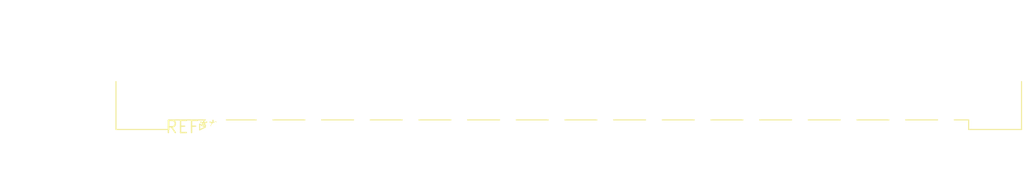
<source format=kicad_pcb>
(kicad_pcb (version 20240108) (generator pcbnew)
  (layers (0 "F.Cu" signal) (31 "B.Cu" signal) (34 "B.Paste" user) (35 "F.Paste" user) (36 "B.SilkS" user "B.Silkscreen") (37 "F.SilkS" user "F.Silkscreen") (38 "B.Mask" user) (39 "F.Mask" user) (44 "Edge.Cuts" user))
  (net 0 "")
  (footprint "DIN41612_R_3x16_Female_Horizontal_THT" (layer "F.Cu") (at 0 0)
    (property "Reference" "REF**")
    (property "Value" "DIN41612_R_3x16_Female_Horizontal_THT")
    (fp_line (start -7.89 -4.74) (end -7.89 0.26) (layer "F.SilkS") (stroke (width 0.12)))
    (fp_line (start -7.89 0.26) (end -2.37 0.26) (layer "F.SilkS") (stroke (width 0.12)))
    (fp_line (start -2.371 -0.74) (end 1.445 -0.74) (layer "F.SilkS") (stroke (width 0.12)))
    (fp_line (start -2.37 0.26) (end -2.37 -0.74) (layer "F.SilkS") (stroke (width 0.12)))
    (fp_line (start 0.845 -0.3) (end 0.845 0.3) (layer "F.SilkS") (stroke (width 0.12)))
    (fp_line (start 0.845 0.3) (end 1.445 0) (layer "F.SilkS") (stroke (width 0.12)))
    (fp_line (start 1.445 0) (end 0.845 -0.3) (layer "F.SilkS") (stroke (width 0.12)))
    (fp_line (start 3.635 -0.74) (end 6.751 -0.74) (layer "F.SilkS") (stroke (width 0.12)))
    (fp_line (start 8.49 -0.74) (end 11.831 -0.74) (layer "F.SilkS") (stroke (width 0.12)))
    (fp_line (start 13.57 -0.74) (end 16.911 -0.74) (layer "F.SilkS") (stroke (width 0.12)))
    (fp_line (start 18.65 -0.74) (end 21.991 -0.74) (layer "F.SilkS") (stroke (width 0.12)))
    (fp_line (start 23.73 -0.74) (end 27.071 -0.74) (layer "F.SilkS") (stroke (width 0.12)))
    (fp_line (start 28.81 -0.74) (end 32.151 -0.74) (layer "F.SilkS") (stroke (width 0.12)))
    (fp_line (start 33.89 -0.74) (end 37.231 -0.74) (layer "F.SilkS") (stroke (width 0.12)))
    (fp_line (start 38.97 -0.74) (end 42.311 -0.74) (layer "F.SilkS") (stroke (width 0.12)))
    (fp_line (start 44.05 -0.74) (end 47.391 -0.74) (layer "F.SilkS") (stroke (width 0.12)))
    (fp_line (start 49.13 -0.74) (end 52.471 -0.74) (layer "F.SilkS") (stroke (width 0.12)))
    (fp_line (start 54.21 -0.74) (end 57.551 -0.74) (layer "F.SilkS") (stroke (width 0.12)))
    (fp_line (start 59.29 -0.74) (end 62.631 -0.74) (layer "F.SilkS") (stroke (width 0.12)))
    (fp_line (start 64.37 -0.74) (end 67.711 -0.74) (layer "F.SilkS") (stroke (width 0.12)))
    (fp_line (start 69.45 -0.74) (end 72.791 -0.74) (layer "F.SilkS") (stroke (width 0.12)))
    (fp_line (start 74.53 -0.74) (end 77.871 -0.74) (layer "F.SilkS") (stroke (width 0.12)))
    (fp_line (start 79.61 -0.74) (end 81.11 -0.74) (layer "F.SilkS") (stroke (width 0.12)))
    (fp_line (start 81.11 0.26) (end 81.11 -0.74) (layer "F.SilkS") (stroke (width 0.12)))
    (fp_line (start 86.63 -4.74) (end 86.63 0.26) (layer "F.SilkS") (stroke (width 0.12)))
    (fp_line (start 86.63 0.26) (end 81.11 0.26) (layer "F.SilkS") (stroke (width 0.12)))
    (pad "" np_thru_hole circle (at -5.08 -2.54) (size 2.85 2.85) (drill 2.85) (layers *.Cu *.Mask))
    (pad "" np_thru_hole circle (at 83.82 -2.54) (size 2.85 2.85) (drill 2.85) (layers *.Cu *.Mask))
    (pad "a2" thru_hole roundrect (at 2.54 0) (size 1.55 1.55) (drill 1) (layers *.Cu *.Mask) (remove_unused_layers) (roundrect_rratio 0.16129))
    (pad "a4" thru_hole circle (at 7.62 0) (size 1.55 1.55) (drill 1) (layers *.Cu *.Mask) (remove_unused_layers))
    (pad "a6" thru_hole circle (at 12.7 0) (size 1.55 1.55) (drill 1) (layers *.Cu *.Mask) (remove_unused_layers))
    (pad "a8" thru_hole circle (at 17.78 0) (size 1.55 1.55) (drill 1) (layers *.Cu *.Mask) (remove_unused_layers))
    (pad "a10" thru_hole circle (at 22.86 0) (size 1.55 1.55) (drill 1) (layers *.Cu *.Mask) (remove_unused_layers))
    (pad "a12" thru_hole circle (at 27.94 0) (size 1.55 1.55) (drill 1) (layers *.Cu *.Mask) (remove_unused_layers))
    (pad "a14" thru_hole circle (at 33.02 0) (size 1.55 1.55) (drill 1) (layers *.Cu *.Mask) (remove_unused_layers))
    (pad "a16" thru_hole circle (at 38.1 0) (size 1.55 1.55) (drill 1) (layers *.Cu *.Mask) (remove_unused_layers))
    (pad "a18" thru_hole circle (at 43.18 0) (size 1.55 1.55) (drill 1) (layers *.Cu *.Mask) (remove_unused_layers))
    (pad "a20" thru_hole circle (at 48.26 0) (size 1.55 1.55) (drill 1) (layers *.Cu *.Mask) (remove_unused_layers))
    (pad "a22" thru_hole circle (at 53.34 0) (size 1.55 1.55) (drill 1) (layers *.Cu *.Mask) (remove_unused_layers))
    (pad "a24" thru_hole circle (at 58.42 0) (size 1.55 1.55) (drill 1) (layers *.Cu *.Mask) (remove_unused_layers))
    (pad "a26" thru_hole circle (at 63.5 0) (size 1.55 1.55) (drill 1) (layers *.Cu *.Mask) (remove_unused_layers))
    (pad "a28" thru_hole circle (at 68.58 0) (size 1.55 1.55) (drill 1) (layers *.Cu *.Mask) (remove_unused_layers))
    (pad "a30" thru_hole circle (at 73.66 0) (size 1.55 1.55) (drill 1) (layers *.Cu *.Mask) (remove_unused_layers))
    (pad "a32" thru_hole circle (at 78.74 0) (size 1.55 1.55) (drill 1) (layers *.Cu *.Mask) (remove_unused_layers))
    (pad "b2" thru_hole circle (at 2.54 2.54) (size 1.55 1.55) (drill 1) (layers *.Cu *.Mask) (remove_unused_layers))
    (pad "b4" thru_hole circle (at 7.62 2.54) (size 1.55 1.55) (drill 1) (layers *.Cu *.Mask) (remove_unused_layers))
    (pad "b6" thru_hole circle (at 12.7 2.54) (size 1.55 1.55) (drill 1) (layers *.Cu *.Mask) (remove_unused_layers))
    (pad "b8" thru_hole circle (at 17.78 2.54) (size 1.55 1.55) (drill 1) (layers *.Cu *.Mask) (remove_unused_layers))
    (pad "b10" thru_hole circle (at 22.86 2.54) (size 1.55 1.55) (drill 1) (layers *.Cu *.Mask) (remove_unused_layers))
    (pad "b12" thru_hole circle (at 27.94 2.54) (size 1.55 1.55) (drill 1) (layers *.Cu *.Mask) (remove_unused_layers))
    (pad "b14" thru_hole circle (at 33.02 2.54) (size 1.55 1.55) (drill 1) (layers *.Cu *.Mask) (remove_unused_layers))
    (pad "b16" thru_hole circle (at 38.1 2.54) (size 1.55 1.55) (drill 1) (layers *.Cu *.Mask) (remove_unused_layers))
    (pad "b18" thru_hole circle (at 43.18 2.54) (size 1.55 1.55) (drill 1) (layers *.Cu *.Mask) (remove_unused_layers))
    (pad "b20" thru_hole circle (at 48.26 2.54) (size 1.55 1.55) (drill 1) (layers *.Cu *.Mask) (remove_unused_layers))
    (pad "b22" thru_hole circle (at 53.34 2.54) (size 1.55 1.55) (drill 1) (layers *.Cu *.Mask) (remove_unused_layers))
    (pad "b24" thru_hole circle (at 58.42 2.54) (size 1.55 1.55) (drill 1) (layers *.Cu *.Mask) (remove_unused_layers))
    (pad "b26" thru_hole circle (at 63.5 2.54) (size 1.55 1.55) (drill 1) (layers *.Cu *.Mask) (remove_unused_layers))
    (pad "b28" thru_hole circle (at 68.58 2.54) (size 1.55 1.55) (drill 1) (layers *.Cu *.Mask) (remove_unused_layers))
    (pad "b30" thru_hole circle (at 73.66 2.54) (size 1.55 1.55) (drill 1) (layers *.Cu *.Mask) (remove_unused_layers))
    (pad "b32" thru_hole circle (at 78.74 2.54) (size 1.55 1.55) (drill 1) (layers *.Cu *.Mask) (remove_unused_layers))
    (pad "c2" thru_hole circle (at 2.54 5.08) (size 1.55 1.55) (drill 1) (layers *.Cu *.Mask) (remove_unused_layers))
    (pad "c4" thru_hole circle (at 7.62 5.08) (size 1.55 1.55) (drill 1) (layers *.Cu *.Mask) (remove_unused_layers))
    (pad "c6" thru_hole circle (at 12.7 5.08) (size 1.55 1.55) (drill 1) (layers *.Cu *.Mask) (remove_unused_layers))
    (pad "c8" thru_hole circle (at 17.78 5.08) (size 1.55 1.55) (drill 1) (layers *.Cu *.Mask) (remove_unused_layers))
    (pad "c10" thru_hole circle (at 22.86 5.08) (size 1.55 1.55) (drill 1) (layers *.Cu *.Mask) (remove_unused_layers))
    (pad "c12" thru_hole circle (at 27.94 5.08) (size 1.55 1.55) (drill 1) (layers *.Cu *.Mask) (remove_unused_layers))
    (pad "c14" thru_hole circle (at 33.02 5.08) (size 1.55 1.55) (drill 1) (layers *.Cu *.Mask) (remove_unused_layers))
    (pad "c16" thru_hole circle (at 38.1 5.08) (size 1.55 1.55) (drill 1) (layers *.Cu *.Mask) (remove_unused_layers))
    (pad "c18" thru_hole circle (at 43.18 5.08) (size 1.55 1.55) (drill 1) (layers *.Cu *.Mask) (remove_unused_layers))
    (pad "c20" thru_hole circle (at 48.26 5.08) (size 1.55 1.55) (drill 1) (layers *.Cu *.Mask) (remove_unused_layers))
    (pad "c22" thru_hole circle (at 53.34 5.08) (size 1.55 1.55) (drill 1) (layers *.Cu *.Mask) (remove_unused_layers))
    (pad "c24" thru_hole circle (at 58.42 5.08) (size 1.55 1.55) (drill 1) (layers *.Cu *.Mask) (remove_unused_layers))
    (pad "c26" thru_hole circle (at 63.5 5.08) (size 1.55 1.55) (drill 1) (layers *.Cu *.Mask) (remove_unused_layers))
    (pad "c28" thru_hole circle (at 68.58 5.08) (size 1.55 1.55) (drill 1) (layers *.Cu *.Mask) (remove_unused_layers))
    (pad "c30" thru_hole circle (at 73.66 5.08) (size 1.55 1.55) (drill 1) (layers *.Cu *.Mask) (remove_unused_layers))
    (pad "c32" thru_hole circle (at 78.74 5.08) (size 1.55 1.55) (drill 1) (layers *.Cu *.Mask) (remove_unused_layers))
  )
)
</source>
